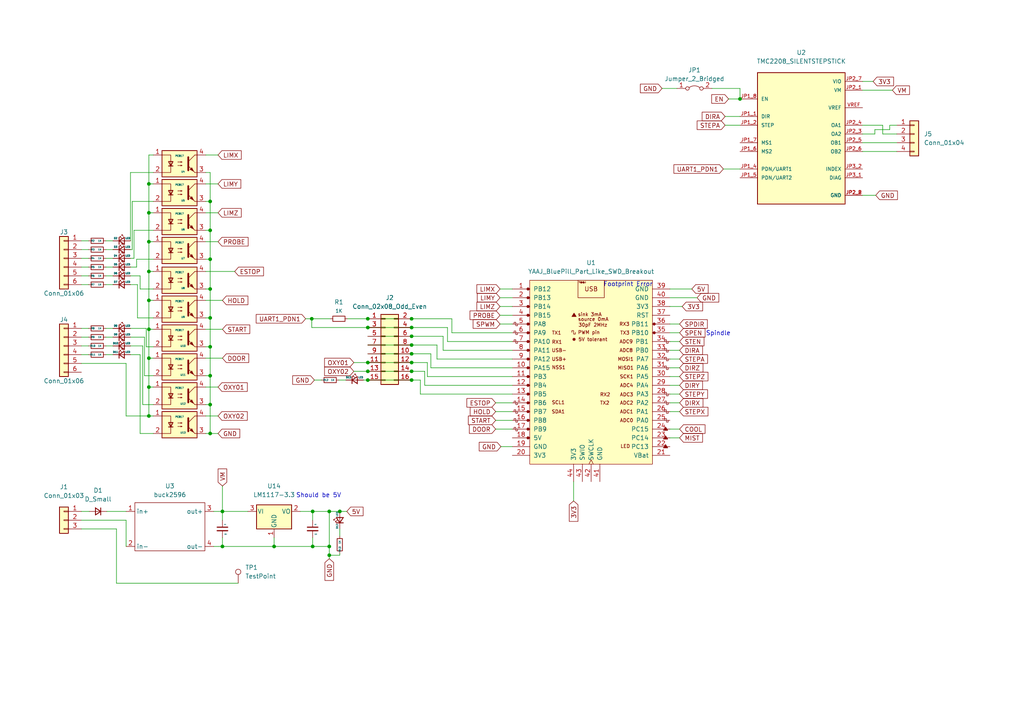
<source format=kicad_sch>
(kicad_sch (version 20211123) (generator eeschema)
  (paper "A4")
  (lib_symbols
    (symbol "Buck2596:buck2596"
      (property "Reference" "U" (at 0 0 0))
      (property "Value" "buck2596" (at 0 2.54 0))
      (symbol "buck2596_1_1"
        (pin input line (at -11.43 6.35 0) (length 2.54) (name "in+") (number "1"))
        (pin input line (at -11.43 -3.81 0) (length 2.54) (name "in-") (number "2"))
        (pin output line (at 13.97 6.35 180) (length 2.54) (name "out+") (number "3"))
        (pin output line (at 13.97 -3.81 180) (length 2.54) (name "out-") (number "4"))
      )
    )
    (symbol "Connector:TestPoint" (pin_numbers hide) (pin_names (offset 0.762) hide)
      (property "Reference" "TP" (at 0 6.858 0))
      (property "Value" "TestPoint" (at 0 5.08 0))
      (symbol "TestPoint_1_1"
        (pin passive line (at 0 0 90) (length 2.54) (name "1") (number "1"))
      )
    )
    (symbol "Connector_Generic:Conn_01x03" (pin_names (offset 1.016) hide)
      (property "Reference" "J" (at 0 5.08 0))
      (property "Value" "Conn_01x03" (at 0 -5.08 0))
      (symbol "Conn_01x03_1_1"
        (pin passive line (at -5.08 2.54 0) (length 3.81) (name "Pin_1") (number "1"))
        (pin passive line (at -5.08 0 0) (length 3.81) (name "Pin_2") (number "2"))
        (pin passive line (at -5.08 -2.54 0) (length 3.81) (name "Pin_3") (number "3"))
      )
    )
    (symbol "Connector_Generic:Conn_01x04" (pin_names (offset 1.016) hide)
      (property "Reference" "J" (at 0 5.08 0))
      (property "Value" "Conn_01x04" (at 0 -7.62 0))
      (symbol "Conn_01x04_1_1"
        (pin passive line (at -5.08 2.54 0) (length 3.81) (name "Pin_1") (number "1"))
        (pin passive line (at -5.08 0 0) (length 3.81) (name "Pin_2") (number "2"))
        (pin passive line (at -5.08 -2.54 0) (length 3.81) (name "Pin_3") (number "3"))
        (pin passive line (at -5.08 -5.08 0) (length 3.81) (name "Pin_4") (number "4"))
      )
    )
    (symbol "Connector_Generic:Conn_01x06" (pin_names (offset 1.016) hide)
      (property "Reference" "J" (at 0 7.62 0))
      (property "Value" "Conn_01x06" (at 0 -10.16 0))
      (symbol "Conn_01x06_1_1"
        (pin passive line (at -5.08 5.08 0) (length 3.81) (name "Pin_1") (number "1"))
        (pin passive line (at -5.08 2.54 0) (length 3.81) (name "Pin_2") (number "2"))
        (pin passive line (at -5.08 0 0) (length 3.81) (name "Pin_3") (number "3"))
        (pin passive line (at -5.08 -2.54 0) (length 3.81) (name "Pin_4") (number "4"))
        (pin passive line (at -5.08 -5.08 0) (length 3.81) (name "Pin_5") (number "5"))
        (pin passive line (at -5.08 -7.62 0) (length 3.81) (name "Pin_6") (number "6"))
      )
    )
    (symbol "Connector_Generic:Conn_02x08_Odd_Even" (pin_names (offset 1.016) hide)
      (property "Reference" "J" (at 1.27 10.16 0))
      (property "Value" "Conn_02x08_Odd_Even" (at 1.27 -12.7 0))
      (symbol "Conn_02x08_Odd_Even_1_1"
        (pin passive line (at -5.08 7.62 0) (length 3.81) (name "Pin_1") (number "1"))
        (pin passive line (at 7.62 -2.54 180) (length 3.81) (name "Pin_10") (number "10"))
        (pin passive line (at -5.08 -5.08 0) (length 3.81) (name "Pin_11") (number "11"))
        (pin passive line (at 7.62 -5.08 180) (length 3.81) (name "Pin_12") (number "12"))
        (pin passive line (at -5.08 -7.62 0) (length 3.81) (name "Pin_13") (number "13"))
        (pin passive line (at 7.62 -7.62 180) (length 3.81) (name "Pin_14") (number "14"))
        (pin passive line (at -5.08 -10.16 0) (length 3.81) (name "Pin_15") (number "15"))
        (pin passive line (at 7.62 -10.16 180) (length 3.81) (name "Pin_16") (number "16"))
        (pin passive line (at 7.62 7.62 180) (length 3.81) (name "Pin_2") (number "2"))
        (pin passive line (at -5.08 5.08 0) (length 3.81) (name "Pin_3") (number "3"))
        (pin passive line (at 7.62 5.08 180) (length 3.81) (name "Pin_4") (number "4"))
        (pin passive line (at -5.08 2.54 0) (length 3.81) (name "Pin_5") (number "5"))
        (pin passive line (at 7.62 2.54 180) (length 3.81) (name "Pin_6") (number "6"))
        (pin passive line (at -5.08 0 0) (length 3.81) (name "Pin_7") (number "7"))
        (pin passive line (at 7.62 0 180) (length 3.81) (name "Pin_8") (number "8"))
        (pin passive line (at -5.08 -2.54 0) (length 3.81) (name "Pin_9") (number "9"))
      )
    )
    (symbol "Device:C_Small" (pin_numbers hide) (pin_names (offset 0.254) hide)
      (property "Reference" "C" (at 0.254 1.778 0))
      (property "Value" "C_Small" (at 0.254 -2.032 0))
      (symbol "C_Small_1_1"
        (pin passive line (at 0 2.54 270) (length 2.032) (name "~") (number "1"))
        (pin passive line (at 0 -2.54 90) (length 2.032) (name "~") (number "2"))
      )
    )
    (symbol "Device:D_Small" (pin_numbers hide) (pin_names (offset 0.254) hide)
      (property "Reference" "D" (at -1.27 2.032 0))
      (property "Value" "D_Small" (at -3.81 -2.032 0))
      (symbol "D_Small_1_1"
        (pin passive line (at -2.54 0 0) (length 1.778) (name "K") (number "1"))
        (pin passive line (at 2.54 0 180) (length 1.778) (name "A") (number "2"))
      )
    )
    (symbol "Device:LED_Small" (pin_numbers hide) (pin_names (offset 0.254) hide)
      (property "Reference" "D" (at -1.27 3.175 0))
      (property "Value" "LED_Small" (at -4.445 -2.54 0))
      (symbol "LED_Small_1_1"
        (pin passive line (at -2.54 0 0) (length 1.778) (name "K") (number "1"))
        (pin passive line (at 2.54 0 180) (length 1.778) (name "A") (number "2"))
      )
    )
    (symbol "Device:R_Small" (pin_numbers hide) (pin_names (offset 0.254) hide)
      (property "Reference" "R" (at 0.762 0.508 0))
      (property "Value" "R_Small" (at 0.762 -1.016 0))
      (symbol "R_Small_1_1"
        (pin passive line (at 0 2.54 270) (length 0.762) (name "~") (number "1"))
        (pin passive line (at 0 -2.54 90) (length 0.762) (name "~") (number "2"))
      )
    )
    (symbol "Isolator:PC817" (pin_names (offset 1.016))
      (property "Reference" "U" (at -5.08 5.08 0))
      (property "Value" "PC817" (at 0 5.08 0))
      (symbol "PC817_1_1"
        (pin passive line (at -7.62 2.54 0) (length 2.54) (name "~") (number "1"))
        (pin passive line (at -7.62 -2.54 0) (length 2.54) (name "~") (number "2"))
        (pin passive line (at 7.62 -2.54 180) (length 2.54) (name "~") (number "3"))
        (pin passive line (at 7.62 2.54 180) (length 2.54) (name "~") (number "4"))
      )
    )
    (symbol "Jumper:Jumper_2_Bridged" (pin_names (offset 0) hide)
      (property "Reference" "JP" (at 0 1.905 0))
      (property "Value" "Jumper_2_Bridged" (at 0 -2.54 0))
      (symbol "Jumper_2_Bridged_1_1"
        (pin passive line (at -5.08 0 0) (length 2.54) (name "A") (number "1"))
        (pin passive line (at 5.08 0 180) (length 2.54) (name "B") (number "2"))
      )
    )
    (symbol "Regulator_Linear:LM1117-3.3" (pin_names (offset 0.254))
      (property "Reference" "U" (at -3.81 3.175 0))
      (property "Value" "LM1117-3.3" (at 0 3.175 0))
      (symbol "LM1117-3.3_1_1"
        (pin power_in line (at 0 -7.62 90) (length 2.54) (name "GND") (number "1"))
        (pin power_out line (at 7.62 0 180) (length 2.54) (name "VO") (number "2"))
        (pin power_in line (at -7.62 0 0) (length 2.54) (name "VI") (number "3"))
      )
    )
    (symbol "TMC2208_SILENTSTEPSTICK:TMC2208_SILENTSTEPSTICK" (pin_names (offset 1.016))
      (property "Reference" "U" (at -12.7 19.05 0))
      (property "Value" "TMC2208_SILENTSTEPSTICK" (at -12.7 -22.86 0))
      (symbol "TMC2208_SILENTSTEPSTICK_0_0"
        (pin input line (at -17.78 5.08 0) (length 5.08) (name "DIR") (number "JP1_1"))
        (pin input line (at -17.78 2.54 0) (length 5.08) (name "STEP") (number "JP1_2"))
        (pin bidirectional line (at -17.78 -10.16 0) (length 5.08) (name "PDN/UART1") (number "JP1_4"))
        (pin bidirectional line (at -17.78 -12.7 0) (length 5.08) (name "PDN/UART2") (number "JP1_5"))
        (pin input line (at -17.78 -5.08 0) (length 5.08) (name "MS2") (number "JP1_6"))
        (pin input line (at -17.78 -2.54 0) (length 5.08) (name "MS1") (number "JP1_7"))
        (pin input line (at -17.78 10.16 0) (length 5.08) (name "EN") (number "JP1_8"))
        (pin power_in line (at 17.78 12.7 180) (length 5.08) (name "VM") (number "JP2_1"))
        (pin power_in line (at 17.78 -17.78 180) (length 5.08) (name "GND") (number "JP2_2"))
        (pin passive line (at 17.78 0 180) (length 5.08) (name "OA2") (number "JP2_3"))
        (pin passive line (at 17.78 2.54 180) (length 5.08) (name "OA1") (number "JP2_4"))
        (pin passive line (at 17.78 -2.54 180) (length 5.08) (name "OB1") (number "JP2_5"))
        (pin passive line (at 17.78 -5.08 180) (length 5.08) (name "OB2") (number "JP2_6"))
        (pin power_in line (at 17.78 15.24 180) (length 5.08) (name "VIO") (number "JP2_7"))
        (pin power_in line (at 17.78 -17.78 180) (length 5.08) (name "GND") (number "JP2_8"))
        (pin output line (at 17.78 -12.7 180) (length 5.08) (name "DIAG") (number "JP3_1"))
        (pin output line (at 17.78 -10.16 180) (length 5.08) (name "INDEX") (number "JP3_2"))
        (pin passive line (at 17.78 7.62 180) (length 5.08) (name "VREF") (number "VREF"))
      )
    )
    (symbol "YAAJ_BluePill_Part_Like_SWD_Breakout:YAAJ_BluePill_Part_Like_SWD_Breakout" (pin_names (offset 1.016))
      (property "Reference" "U" (at -15.24 27.94 0))
      (property "Value" "YAAJ_BluePill_Part_Like_SWD_Breakout" (at 20.32 27.94 0))
      (symbol "YAAJ_BluePill_Part_Like_SWD_Breakout_0_0"
        (text "30pF 2MHz" (at 0.508 12.446 0) (effects (font (size 0.9906 0.9906))))
        (text "5V tolerant" (at 0.508 8.255 0) (effects (font (size 0.9906 0.9906))))
        (text "ADC0" (at 10.287 -15.24 0) (effects (font (size 0.9906 0.9906))))
        (text "ADC1" (at 10.287 -12.7 0) (effects (font (size 0.9906 0.9906))))
        (text "ADC2" (at 10.287 -10.16 0) (effects (font (size 0.9906 0.9906))))
        (text "ADC3" (at 10.287 -7.747 0) (effects (font (size 0.9906 0.9906))))
        (text "ADC4" (at 10.287 -5.08 0) (effects (font (size 0.9906 0.9906))))
        (text "ADC8" (at 10.16 5.08 0) (effects (font (size 0.9906 0.9906))))
        (text "ADC9" (at 10.16 7.62 0) (effects (font (size 0.9906 0.9906))))
        (text "LED" (at 9.906 -22.733 0) (effects (font (size 0.9906 0.9906))))
        (text "MISO1" (at 10.033 0 0) (effects (font (size 0.9906 0.9906))))
        (text "MOSI1" (at 10.033 2.54 0) (effects (font (size 0.9906 0.9906))))
        (text "NSS1" (at -9.398 0.127 0) (effects (font (size 0.9906 0.9906))))
        (text "PWM pin" (at -0.635 10.287 0) (effects (font (size 0.9906 0.9906))))
        (text "RX1" (at -9.906 7.493 0) (effects (font (size 0.9906 0.9906))))
        (text "RX2" (at 4.064 -7.747 0) (effects (font (size 0.9906 0.9906))))
        (text "RX3" (at 9.652 12.7 0) (effects (font (size 0.9906 0.9906))))
        (text "SCK1" (at 10.287 -2.54 0) (effects (font (size 0.9906 0.9906))))
        (text "SCL1" (at -9.525 -10.033 0) (effects (font (size 0.9906 0.9906))))
        (text "SDA1" (at -9.525 -12.7 0) (effects (font (size 0.9906 0.9906))))
        (text "sink 3mA" (at -0.381 15.494 0) (effects (font (size 0.9906 0.9906))))
        (text "source 0mA" (at 0.635 14.097 0) (effects (font (size 0.9906 0.9906))))
        (text "TX1" (at -10.033 10.16 0) (effects (font (size 0.9906 0.9906))))
        (text "TX2" (at 3.937 -10.16 0) (effects (font (size 0.9906 0.9906))))
        (text "TX3" (at 9.779 10.16 0) (effects (font (size 0.9906 0.9906))))
        (text "USB" (at 0 22.86 0) (effects (font (size 1.27 1.27))))
        (text "USB+" (at -9.271 2.54 0) (effects (font (size 0.9906 0.9906))))
        (text "USB-" (at -9.271 5.08 0) (effects (font (size 0.9906 0.9906))))
        (text "Y@@J" (at -2.5654 24.8412 0) (effects (font (size 0.508 0.508))))
      )
      (symbol "YAAJ_BluePill_Part_Like_SWD_Breakout_1_1"
        (pin bidirectional line (at -22.86 22.86 0) (length 5.08) (name "PB12") (number "1"))
        (pin bidirectional line (at -22.86 0 0) (length 5.08) (name "PA15") (number "10"))
        (pin bidirectional line (at -22.86 -2.54 0) (length 5.08) (name "PB3") (number "11"))
        (pin bidirectional line (at -22.86 -5.08 0) (length 5.08) (name "PB4") (number "12"))
        (pin bidirectional line (at -22.86 -7.62 0) (length 5.08) (name "PB5") (number "13"))
        (pin bidirectional line (at -22.86 -10.16 0) (length 5.08) (name "PB6") (number "14"))
        (pin bidirectional line (at -22.86 -12.7 0) (length 5.08) (name "PB7") (number "15"))
        (pin bidirectional line (at -22.86 -15.24 0) (length 5.08) (name "PB8") (number "16"))
        (pin bidirectional line (at -22.86 -17.78 0) (length 5.08) (name "PB9") (number "17"))
        (pin power_in line (at -22.86 -20.32 0) (length 5.08) (name "5V") (number "18"))
        (pin power_in line (at -22.86 -22.86 0) (length 5.08) (name "GND") (number "19"))
        (pin bidirectional line (at -22.86 20.32 0) (length 5.08) (name "PB13") (number "2"))
        (pin power_in line (at -22.86 -25.4 0) (length 5.08) (name "3V3") (number "20"))
        (pin power_in line (at 22.86 -25.4 180) (length 5.08) (name "VBat") (number "21"))
        (pin bidirectional line (at 22.86 -22.86 180) (length 5.08) (name "PC13") (number "22"))
        (pin bidirectional line (at 22.86 -20.32 180) (length 5.08) (name "PC14") (number "23"))
        (pin bidirectional line (at 22.86 -17.78 180) (length 5.08) (name "PC15") (number "24"))
        (pin bidirectional line (at 22.86 -15.24 180) (length 5.08) (name "PA0") (number "25"))
        (pin bidirectional line (at 22.86 -12.7 180) (length 5.08) (name "PA1") (number "26"))
        (pin bidirectional line (at 22.86 -10.16 180) (length 5.08) (name "PA2") (number "27"))
        (pin bidirectional line (at 22.86 -7.62 180) (length 5.08) (name "PA3") (number "28"))
        (pin bidirectional line (at 22.86 -5.08 180) (length 5.08) (name "PA4") (number "29"))
        (pin bidirectional line (at -22.86 17.78 0) (length 5.08) (name "PB14") (number "3"))
        (pin bidirectional line (at 22.86 -2.54 180) (length 5.08) (name "PA5") (number "30"))
        (pin bidirectional line (at 22.86 0 180) (length 5.08) (name "PA6") (number "31"))
        (pin bidirectional line (at 22.86 2.54 180) (length 5.08) (name "PA7") (number "32"))
        (pin bidirectional line (at 22.86 5.08 180) (length 5.08) (name "PB0") (number "33"))
        (pin bidirectional line (at 22.86 7.62 180) (length 5.08) (name "PB1") (number "34"))
        (pin bidirectional line (at 22.86 10.16 180) (length 5.08) (name "PB10") (number "35"))
        (pin bidirectional line (at 22.86 12.7 180) (length 5.08) (name "PB11") (number "36"))
        (pin input line (at 22.86 15.24 180) (length 5.08) (name "RST") (number "37"))
        (pin power_in line (at 22.86 17.78 180) (length 5.08) (name "3V3") (number "38"))
        (pin power_in line (at 22.86 22.86 180) (length 5.08) (name "GND") (number "39"))
        (pin bidirectional line (at -22.86 15.24 0) (length 5.08) (name "PB15") (number "4"))
        (pin power_in line (at 22.86 20.32 180) (length 5.08) (name "GND") (number "40"))
        (pin power_in line (at 2.54 -33.02 90) (length 5.08) (name "GND") (number "41"))
        (pin bidirectional clock (at 0 -33.02 90) (length 5.08) (name "SWCLK") (number "42"))
        (pin bidirectional line (at -2.54 -33.02 90) (length 5.08) (name "SWIO") (number "43"))
        (pin power_in line (at -5.08 -33.02 90) (length 5.08) (name "3V3") (number "44"))
        (pin bidirectional line (at -22.86 12.7 0) (length 5.08) (name "PA8") (number "5"))
        (pin bidirectional line (at -22.86 10.16 0) (length 5.08) (name "PA9") (number "6"))
        (pin bidirectional line (at -22.86 7.62 0) (length 5.08) (name "PA10") (number "7"))
        (pin bidirectional line (at -22.86 5.08 0) (length 5.08) (name "PA11") (number "8"))
        (pin bidirectional line (at -22.86 2.54 0) (length 5.08) (name "PA12") (number "9"))
      )
    )
  )
  (junction (at 60.96 66.802))
  (junction (at 95.504 148.336))
  (junction (at 95.504 158.496))
  (junction (at 106.68 107.696))
  (junction (at 214.63 28.702))
  (junction (at 119.38 92.456))
  (junction (at 106.68 110.236))
  (junction (at 106.68 105.156))
  (junction (at 90.678 148.336))
  (junction (at 60.96 125.73))
  (junction (at 60.96 92.202))
  (junction (at 119.38 97.536))
  (junction (at 90.424 92.456))
  (junction (at 106.68 94.996))
  (junction (at 119.38 110.236))
  (junction (at 90.678 158.496))
  (junction (at 60.96 58.42))
  (junction (at 43.18 120.65))
  (junction (at 119.38 105.156))
  (junction (at 64.516 148.336))
  (junction (at 43.18 61.722))
  (junction (at 43.18 87.122))
  (junction (at 43.18 78.74))
  (junction (at 98.552 148.336))
  (junction (at 60.96 100.584))
  (junction (at 119.38 100.076))
  (junction (at 119.38 107.696))
  (junction (at 60.96 108.966))
  (junction (at 60.96 75.184))
  (junction (at 43.18 53.34))
  (junction (at 43.18 112.268))
  (junction (at 60.96 117.348))
  (junction (at 106.68 92.456))
  (junction (at 79.502 158.496))
  (junction (at 119.38 94.996))
  (junction (at 64.516 158.496))
  (junction (at 43.18 70.104))
  (junction (at 95.504 161.036))
  (junction (at 60.96 83.82))
  (junction (at 43.18 103.886))
  (junction (at 119.38 102.616))
  (junction (at 43.18 95.504))
  (wire (pts (xy 40.64 83.82) (xy 44.45 83.82)))
  (wire (pts (xy 194.31 114.3) (xy 197.104 114.3)))
  (wire (pts (xy 100.838 92.456) (xy 106.68 92.456)))
  (wire (pts (xy 30.734 102.87) (xy 32.766 102.87)))
  (wire (pts (xy 145.034 88.9) (xy 148.59 88.9)))
  (wire (pts (xy 30.734 82.55) (xy 32.766 82.55)))
  (wire (pts (xy 23.622 74.93) (xy 25.654 74.93)))
  (wire (pts (xy 23.622 148.336) (xy 25.908 148.336)))
  (wire (pts (xy 87.122 148.336) (xy 90.678 148.336)))
  (wire (pts (xy 194.31 111.76) (xy 197.104 111.76)))
  (wire (pts (xy 90.678 155.956) (xy 90.678 158.496)))
  (wire (pts (xy 250.19 41.402) (xy 260.096 41.402)))
  (wire (pts (xy 106.68 102.616) (xy 119.38 102.616)))
  (wire (pts (xy 98.552 161.036) (xy 95.504 161.036)))
  (wire (pts (xy 194.31 96.52) (xy 197.104 96.52)))
  (wire (pts (xy 63.246 53.34) (xy 59.69 53.34)))
  (wire (pts (xy 37.846 102.87) (xy 40.64 102.87)))
  (wire (pts (xy 30.734 74.93) (xy 32.766 74.93)))
  (wire (pts (xy 95.504 148.336) (xy 98.552 148.336)))
  (wire (pts (xy 37.846 82.55) (xy 39.878 82.55)))
  (wire (pts (xy 192.024 25.654) (xy 196.342 25.654)))
  (wire (pts (xy 44.45 103.886) (xy 43.18 103.886)))
  (wire (pts (xy 90.424 94.996) (xy 106.68 94.996)))
  (wire (pts (xy 131.064 96.52) (xy 131.064 92.456)))
  (wire (pts (xy 256.032 38.862) (xy 260.096 38.862)))
  (wire (pts (xy 37.846 74.93) (xy 38.862 74.93)))
  (wire (pts (xy 23.622 95.25) (xy 25.654 95.25)))
  (wire (pts (xy 194.31 83.82) (xy 200.66 83.82)))
  (wire (pts (xy 98.552 155.448) (xy 98.552 153.416)))
  (wire (pts (xy 60.96 117.348) (xy 60.96 108.966)))
  (wire (pts (xy 39.624 75.184) (xy 44.45 75.184)))
  (wire (pts (xy 23.622 153.416) (xy 33.782 153.416)))
  (wire (pts (xy 258.064 36.322) (xy 260.096 36.322)))
  (wire (pts (xy 210.312 36.322) (xy 214.63 36.322)))
  (wire (pts (xy 40.64 125.73) (xy 44.45 125.73)))
  (wire (pts (xy 128.524 97.536) (xy 119.38 97.536)))
  (wire (pts (xy 23.622 150.876) (xy 36.576 150.876)))
  (wire (pts (xy 23.622 72.39) (xy 25.654 72.39)))
  (wire (pts (xy 105.41 110.236) (xy 106.68 110.236)))
  (wire (pts (xy 44.45 87.122) (xy 43.18 87.122)))
  (wire (pts (xy 202.184 86.36) (xy 194.31 86.36)))
  (wire (pts (xy 143.764 124.46) (xy 148.59 124.46)))
  (wire (pts (xy 209.804 49.022) (xy 214.63 49.022)))
  (wire (pts (xy 44.45 61.722) (xy 43.18 61.722)))
  (wire (pts (xy 145.034 86.36) (xy 148.59 86.36)))
  (wire (pts (xy 194.31 101.6) (xy 197.104 101.6)))
  (wire (pts (xy 106.68 92.456) (xy 119.38 92.456)))
  (wire (pts (xy 60.96 66.802) (xy 60.96 58.42)))
  (wire (pts (xy 63.246 70.104) (xy 59.69 70.104)))
  (wire (pts (xy 64.516 148.336) (xy 64.516 150.876)))
  (wire (pts (xy 37.846 77.47) (xy 39.624 77.47)))
  (wire (pts (xy 30.734 95.25) (xy 32.766 95.25)))
  (wire (pts (xy 91.186 110.236) (xy 93.218 110.236)))
  (wire (pts (xy 44.45 53.34) (xy 43.18 53.34)))
  (wire (pts (xy 59.69 117.348) (xy 60.96 117.348)))
  (wire (pts (xy 37.846 80.01) (xy 40.64 80.01)))
  (wire (pts (xy 95.504 158.496) (xy 90.678 158.496)))
  (wire (pts (xy 36.576 150.876) (xy 36.576 158.496)))
  (wire (pts (xy 256.032 36.322) (xy 256.032 38.862)))
  (wire (pts (xy 106.68 100.076) (xy 119.38 100.076)))
  (wire (pts (xy 41.402 100.33) (xy 41.402 117.348)))
  (wire (pts (xy 43.18 53.34) (xy 43.18 61.722)))
  (wire (pts (xy 60.96 108.966) (xy 60.96 100.584)))
  (wire (pts (xy 95.504 158.496) (xy 95.504 161.036)))
  (wire (pts (xy 59.69 92.202) (xy 60.96 92.202)))
  (wire (pts (xy 128.524 101.6) (xy 128.524 97.536)))
  (wire (pts (xy 38.862 74.93) (xy 38.862 66.802)))
  (wire (pts (xy 43.18 78.74) (xy 43.18 87.122)))
  (wire (pts (xy 148.59 101.6) (xy 128.524 101.6)))
  (wire (pts (xy 37.846 69.85) (xy 37.846 50.038)))
  (wire (pts (xy 43.18 103.886) (xy 43.18 95.504)))
  (wire (pts (xy 90.678 148.336) (xy 95.504 148.336)))
  (wire (pts (xy 106.68 110.236) (xy 119.38 110.236)))
  (wire (pts (xy 148.59 104.14) (xy 126.746 104.14)))
  (wire (pts (xy 166.37 139.7) (xy 166.37 145.288)))
  (wire (pts (xy 194.31 88.9) (xy 197.866 88.9)))
  (wire (pts (xy 194.31 119.38) (xy 197.104 119.38)))
  (wire (pts (xy 60.96 83.82) (xy 60.96 75.184)))
  (wire (pts (xy 90.424 92.456) (xy 90.424 94.996)))
  (wire (pts (xy 98.552 160.528) (xy 98.552 161.036)))
  (wire (pts (xy 42.418 95.25) (xy 42.418 100.584)))
  (wire (pts (xy 42.418 100.584) (xy 44.45 100.584)))
  (wire (pts (xy 41.402 117.348) (xy 44.45 117.348)))
  (wire (pts (xy 43.18 87.122) (xy 43.18 95.504)))
  (wire (pts (xy 61.976 158.496) (xy 64.516 158.496)))
  (wire (pts (xy 124.968 106.68) (xy 124.968 102.616)))
  (wire (pts (xy 206.502 25.654) (xy 214.63 25.654)))
  (wire (pts (xy 194.31 127) (xy 197.104 127)))
  (wire (pts (xy 214.63 25.654) (xy 214.63 28.702)))
  (wire (pts (xy 30.734 80.01) (xy 32.766 80.01)))
  (wire (pts (xy 59.69 83.82) (xy 60.96 83.82)))
  (wire (pts (xy 258.064 37.592) (xy 258.064 36.322)))
  (wire (pts (xy 98.298 110.236) (xy 100.33 110.236)))
  (wire (pts (xy 194.31 116.84) (xy 197.104 116.84)))
  (wire (pts (xy 59.69 108.966) (xy 60.96 108.966)))
  (wire (pts (xy 119.38 105.156) (xy 123.952 105.156)))
  (wire (pts (xy 102.616 105.156) (xy 106.68 105.156)))
  (wire (pts (xy 43.18 120.65) (xy 43.18 112.268)))
  (wire (pts (xy 123.952 109.22) (xy 123.952 105.156)))
  (wire (pts (xy 211.328 28.702) (xy 214.63 28.702)))
  (wire (pts (xy 250.19 43.942) (xy 260.096 43.942)))
  (wire (pts (xy 44.45 78.74) (xy 43.18 78.74)))
  (wire (pts (xy 129.794 94.996) (xy 119.38 94.996)))
  (wire (pts (xy 44.45 70.104) (xy 43.18 70.104)))
  (wire (pts (xy 23.622 82.55) (xy 25.654 82.55)))
  (wire (pts (xy 37.846 50.038) (xy 44.45 50.038)))
  (wire (pts (xy 36.576 120.65) (xy 43.18 120.65)))
  (wire (pts (xy 88.646 92.456) (xy 90.424 92.456)))
  (wire (pts (xy 40.64 102.87) (xy 40.64 125.73)))
  (wire (pts (xy 23.622 105.41) (xy 36.576 105.41)))
  (wire (pts (xy 121.92 114.3) (xy 121.92 110.236)))
  (wire (pts (xy 30.734 69.85) (xy 32.766 69.85)))
  (wire (pts (xy 63.246 61.722) (xy 59.69 61.722)))
  (wire (pts (xy 106.68 105.156) (xy 119.38 105.156)))
  (wire (pts (xy 39.878 92.202) (xy 44.45 92.202)))
  (wire (pts (xy 131.064 92.456) (xy 119.38 92.456)))
  (wire (pts (xy 148.59 111.76) (xy 123.19 111.76)))
  (wire (pts (xy 79.502 158.496) (xy 79.502 155.956)))
  (wire (pts (xy 253.746 38.862) (xy 253.746 37.592)))
  (wire (pts (xy 59.69 50.038) (xy 60.96 50.038)))
  (wire (pts (xy 148.59 106.68) (xy 124.968 106.68)))
  (wire (pts (xy 123.19 107.696) (xy 119.38 107.696)))
  (wire (pts (xy 143.764 119.38) (xy 148.59 119.38)))
  (wire (pts (xy 106.68 94.996) (xy 119.38 94.996)))
  (wire (pts (xy 23.622 100.33) (xy 25.654 100.33)))
  (wire (pts (xy 30.734 72.39) (xy 32.766 72.39)))
  (wire (pts (xy 60.96 125.73) (xy 63.246 125.73)))
  (wire (pts (xy 90.678 148.336) (xy 90.678 150.876)))
  (wire (pts (xy 23.622 80.01) (xy 25.654 80.01)))
  (wire (pts (xy 250.19 38.862) (xy 253.746 38.862)))
  (wire (pts (xy 64.516 95.504) (xy 59.69 95.504)))
  (wire (pts (xy 106.68 107.696) (xy 119.38 107.696)))
  (wire (pts (xy 148.59 96.52) (xy 131.064 96.52)))
  (wire (pts (xy 41.91 97.79) (xy 41.91 108.966)))
  (wire (pts (xy 210.312 33.782) (xy 214.63 33.782)))
  (wire (pts (xy 95.504 161.036) (xy 95.504 162.052)))
  (wire (pts (xy 64.516 103.886) (xy 59.69 103.886)))
  (wire (pts (xy 23.622 77.47) (xy 25.654 77.47)))
  (wire (pts (xy 23.622 97.79) (xy 25.654 97.79)))
  (wire (pts (xy 59.69 100.584) (xy 60.96 100.584)))
  (wire (pts (xy 143.764 121.92) (xy 148.59 121.92)))
  (wire (pts (xy 60.96 75.184) (xy 60.96 66.802)))
  (wire (pts (xy 36.576 105.41) (xy 36.576 120.65)))
  (wire (pts (xy 194.31 124.46) (xy 197.104 124.46)))
  (wire (pts (xy 23.622 102.87) (xy 25.654 102.87)))
  (wire (pts (xy 33.782 153.416) (xy 33.782 169.164)))
  (wire (pts (xy 30.988 148.336) (xy 36.576 148.336)))
  (wire (pts (xy 148.59 109.22) (xy 123.952 109.22)))
  (wire (pts (xy 194.31 93.98) (xy 197.104 93.98)))
  (wire (pts (xy 37.846 72.39) (xy 38.354 72.39)))
  (wire (pts (xy 250.19 36.322) (xy 256.032 36.322)))
  (wire (pts (xy 194.31 99.06) (xy 197.104 99.06)))
  (wire (pts (xy 102.616 107.696) (xy 106.68 107.696)))
  (wire (pts (xy 123.19 111.76) (xy 123.19 107.696)))
  (wire (pts (xy 95.504 148.336) (xy 95.504 158.496)))
  (wire (pts (xy 194.31 109.22) (xy 197.104 109.22)))
  (wire (pts (xy 59.69 75.184) (xy 60.96 75.184)))
  (wire (pts (xy 37.846 100.33) (xy 41.402 100.33)))
  (wire (pts (xy 143.764 116.84) (xy 148.59 116.84)))
  (wire (pts (xy 38.354 58.42) (xy 44.45 58.42)))
  (wire (pts (xy 40.64 80.01) (xy 40.64 83.82)))
  (wire (pts (xy 145.034 83.82) (xy 148.59 83.82)))
  (wire (pts (xy 64.516 148.336) (xy 71.882 148.336)))
  (wire (pts (xy 145.288 129.54) (xy 148.59 129.54)))
  (wire (pts (xy 38.354 72.39) (xy 38.354 58.42)))
  (wire (pts (xy 60.96 58.42) (xy 59.69 58.42)))
  (wire (pts (xy 129.794 99.06) (xy 129.794 94.996)))
  (wire (pts (xy 37.846 95.25) (xy 42.418 95.25)))
  (wire (pts (xy 64.516 155.956) (xy 64.516 158.496)))
  (wire (pts (xy 148.59 99.06) (xy 129.794 99.06)))
  (wire (pts (xy 250.19 26.162) (xy 258.826 26.162)))
  (wire (pts (xy 43.18 95.504) (xy 44.45 95.504)))
  (wire (pts (xy 44.45 120.65) (xy 43.18 120.65)))
  (wire (pts (xy 41.91 108.966) (xy 44.45 108.966)))
  (wire (pts (xy 59.69 125.73) (xy 60.96 125.73)))
  (wire (pts (xy 44.45 112.268) (xy 43.18 112.268)))
  (wire (pts (xy 145.034 93.98) (xy 148.59 93.98)))
  (wire (pts (xy 59.69 112.268) (xy 63.246 112.268)))
  (wire (pts (xy 121.92 110.236) (xy 119.38 110.236)))
  (wire (pts (xy 30.734 97.79) (xy 32.766 97.79)))
  (wire (pts (xy 124.968 102.616) (xy 119.38 102.616)))
  (wire (pts (xy 61.976 148.336) (xy 64.516 148.336)))
  (wire (pts (xy 23.622 69.85) (xy 25.654 69.85)))
  (wire (pts (xy 194.31 104.14) (xy 197.104 104.14)))
  (wire (pts (xy 126.746 104.14) (xy 126.746 100.076)))
  (wire (pts (xy 59.69 120.65) (xy 63.246 120.65)))
  (wire (pts (xy 30.734 77.47) (xy 32.766 77.47)))
  (wire (pts (xy 43.18 44.958) (xy 43.18 53.34)))
  (wire (pts (xy 37.846 97.79) (xy 41.91 97.79)))
  (wire (pts (xy 38.862 66.802) (xy 44.45 66.802)))
  (wire (pts (xy 148.59 114.3) (xy 121.92 114.3)))
  (wire (pts (xy 90.678 158.496) (xy 79.502 158.496)))
  (wire (pts (xy 63.246 44.958) (xy 59.69 44.958)))
  (wire (pts (xy 126.746 100.076) (xy 119.38 100.076)))
  (wire (pts (xy 194.31 106.68) (xy 197.104 106.68)))
  (wire (pts (xy 59.69 78.74) (xy 68.072 78.74)))
  (wire (pts (xy 64.516 140.97) (xy 64.516 148.336)))
  (wire (pts (xy 250.19 56.642) (xy 254 56.642)))
  (wire (pts (xy 250.19 23.622) (xy 253.238 23.622)))
  (wire (pts (xy 60.96 100.584) (xy 60.96 92.202)))
  (wire (pts (xy 64.516 87.122) (xy 59.69 87.122)))
  (wire (pts (xy 64.516 158.496) (xy 79.502 158.496)))
  (wire (pts (xy 253.746 37.592) (xy 258.064 37.592)))
  (wire (pts (xy 39.624 77.47) (xy 39.624 75.184)))
  (wire (pts (xy 98.552 148.336) (xy 100.584 148.336)))
  (wire (pts (xy 30.734 100.33) (xy 32.766 100.33)))
  (wire (pts (xy 106.68 97.536) (xy 119.38 97.536)))
  (wire (pts (xy 43.18 112.268) (xy 43.18 103.886)))
  (wire (pts (xy 60.96 125.73) (xy 60.96 117.348)))
  (wire (pts (xy 33.782 169.164) (xy 69.088 169.164)))
  (wire (pts (xy 43.18 61.722) (xy 43.18 70.104)))
  (wire (pts (xy 145.034 91.44) (xy 148.59 91.44)))
  (wire (pts (xy 39.878 82.55) (xy 39.878 92.202)))
  (wire (pts (xy 59.69 66.802) (xy 60.96 66.802)))
  (wire (pts (xy 60.96 50.038) (xy 60.96 58.42)))
  (wire (pts (xy 95.758 92.456) (xy 90.424 92.456)))
  (wire (pts (xy 44.45 44.958) (xy 43.18 44.958)))
  (wire (pts (xy 60.96 92.202) (xy 60.96 83.82)))
  (wire (pts (xy 43.18 70.104) (xy 43.18 78.74)))
  (text "Spindle" (at 204.724 97.536 0) (effects (font (size 1.27 1.27)) (justify left bottom)))
  (text "Footprint Error" (at 175.006 83.312 0) (effects (font (size 1.27 1.27)) (justify left bottom)))
  (text "Should be 5V" (at 85.852 144.526 0) (effects (font (size 1.27 1.27)) (justify left bottom)))
  (global_label "HOLD" (shape input) (at 143.764 119.38 180) (property "Intersheet References" "${INTERSHEET_REFS}" (effects hide)))
  (global_label "STEN" (shape input) (at 197.104 99.06 0) (property "Intersheet References" "${INTERSHEET_REFS}" (effects hide)))
  (global_label "LIMX" (shape input) (at 63.246 44.958 0) (property "Intersheet References" "${INTERSHEET_REFS}" (effects hide)))
  (global_label "LIMZ" (shape input) (at 63.246 61.722 0) (property "Intersheet References" "${INTERSHEET_REFS}" (effects hide)))
  (global_label "DOOR" (shape input) (at 64.516 103.886 0) (property "Intersheet References" "${INTERSHEET_REFS}" (effects hide)))
  (global_label "OXY02" (shape input) (at 63.246 120.65 0) (property "Intersheet References" "${INTERSHEET_REFS}" (effects hide)))
  (global_label "VM" (shape input) (at 64.516 140.97 90) (property "Intersheet References" "${INTERSHEET_REFS}" (effects hide)))
  (global_label "3V3" (shape input) (at 253.238 23.622 0) (property "Intersheet References" "${INTERSHEET_REFS}" (effects hide)))
  (global_label "STEPA" (shape input) (at 197.104 104.14 0) (property "Intersheet References" "${INTERSHEET_REFS}" (effects hide)))
  (global_label "DIRA" (shape input) (at 197.104 101.6 0) (property "Intersheet References" "${INTERSHEET_REFS}" (effects hide)))
  (global_label "GND" (shape input) (at 145.288 129.54 180) (property "Intersheet References" "${INTERSHEET_REFS}" (effects hide)))
  (global_label "LIMY" (shape input) (at 145.034 86.36 180) (property "Intersheet References" "${INTERSHEET_REFS}" (effects hide)))
  (global_label "LIMY" (shape input) (at 63.246 53.34 0) (property "Intersheet References" "${INTERSHEET_REFS}" (effects hide)))
  (global_label "3V3" (shape input) (at 166.37 145.288 270) (property "Intersheet References" "${INTERSHEET_REFS}" (effects hide)))
  (global_label "SPWM" (shape input) (at 145.034 93.98 180) (property "Intersheet References" "${INTERSHEET_REFS}" (effects hide)))
  (global_label "VM" (shape input) (at 258.826 26.162 0) (property "Intersheet References" "${INTERSHEET_REFS}" (effects hide)))
  (global_label "PROBE" (shape input) (at 145.034 91.44 180) (property "Intersheet References" "${INTERSHEET_REFS}" (effects hide)))
  (global_label "DIRX" (shape input) (at 197.104 116.84 0) (property "Intersheet References" "${INTERSHEET_REFS}" (effects hide)))
  (global_label "HOLD" (shape input) (at 64.516 87.122 0) (property "Intersheet References" "${INTERSHEET_REFS}" (effects hide)))
  (global_label "OXY02" (shape input) (at 102.616 107.696 180) (property "Intersheet References" "${INTERSHEET_REFS}" (effects hide)))
  (global_label "UART1_PDN1" (shape input) (at 88.646 92.456 180) (property "Intersheet References" "${INTERSHEET_REFS}" (effects hide)))
  (global_label "SPEN" (shape input) (at 197.104 96.52 0) (property "Intersheet References" "${INTERSHEET_REFS}" (effects hide)))
  (global_label "MIST" (shape input) (at 197.104 127 0) (property "Intersheet References" "${INTERSHEET_REFS}" (effects hide)))
  (global_label "OXY01" (shape input) (at 102.616 105.156 180) (property "Intersheet References" "${INTERSHEET_REFS}" (effects hide)))
  (global_label "GND" (shape input) (at 192.024 25.654 180) (property "Intersheet References" "${INTERSHEET_REFS}" (effects hide)))
  (global_label "STEPZ" (shape input) (at 197.104 109.22 0) (property "Intersheet References" "${INTERSHEET_REFS}" (effects hide)))
  (global_label "PROBE" (shape input) (at 63.246 70.104 0) (property "Intersheet References" "${INTERSHEET_REFS}" (effects hide)))
  (global_label "GND" (shape input) (at 202.184 86.36 0) (property "Intersheet References" "${INTERSHEET_REFS}" (effects hide)))
  (global_label "LIMX" (shape input) (at 145.034 83.82 180) (property "Intersheet References" "${INTERSHEET_REFS}" (effects hide)))
  (global_label "EN" (shape input) (at 211.328 28.702 180) (property "Intersheet References" "${INTERSHEET_REFS}" (effects hide)))
  (global_label "SPDIR" (shape input) (at 197.104 93.98 0) (property "Intersheet References" "${INTERSHEET_REFS}" (effects hide)))
  (global_label "START" (shape input) (at 143.764 121.92 180) (property "Intersheet References" "${INTERSHEET_REFS}" (effects hide)))
  (global_label "GND" (shape input) (at 91.186 110.236 180) (property "Intersheet References" "${INTERSHEET_REFS}" (effects hide)))
  (global_label "ESTOP" (shape input) (at 143.764 116.84 180) (property "Intersheet References" "${INTERSHEET_REFS}" (effects hide)))
  (global_label "DIRA" (shape input) (at 210.312 33.782 180) (property "Intersheet References" "${INTERSHEET_REFS}" (effects hide)))
  (global_label "5V" (shape input) (at 200.66 83.82 0) (property "Intersheet References" "${INTERSHEET_REFS}" (effects hide)))
  (global_label "GND" (shape input) (at 254 56.642 0) (property "Intersheet References" "${INTERSHEET_REFS}" (effects hide)))
  (global_label "START" (shape input) (at 64.516 95.504 0) (property "Intersheet References" "${INTERSHEET_REFS}" (effects hide)))
  (global_label "STEPA" (shape input) (at 210.312 36.322 180) (property "Intersheet References" "${INTERSHEET_REFS}" (effects hide)))
  (global_label "STEPY" (shape input) (at 197.104 114.3 0) (property "Intersheet References" "${INTERSHEET_REFS}" (effects hide)))
  (global_label "DIRY" (shape input) (at 197.104 111.76 0) (property "Intersheet References" "${INTERSHEET_REFS}" (effects hide)))
  (global_label "OXY01" (shape input) (at 63.246 112.268 0) (property "Intersheet References" "${INTERSHEET_REFS}" (effects hide)))
  (global_label "UART1_PDN1" (shape input) (at 209.804 49.022 180) (property "Intersheet References" "${INTERSHEET_REFS}" (effects hide)))
  (global_label "STEPX" (shape input) (at 197.104 119.38 0) (property "Intersheet References" "${INTERSHEET_REFS}" (effects hide)))
  (global_label "5V" (shape input) (at 100.584 148.336 0) (property "Intersheet References" "${INTERSHEET_REFS}" (effects hide)))
  (global_label "DOOR" (shape input) (at 143.764 124.46 180) (property "Intersheet References" "${INTERSHEET_REFS}" (effects hide)))
  (global_label "DIRZ" (shape input) (at 197.104 106.68 0) (property "Intersheet References" "${INTERSHEET_REFS}" (effects hide)))
  (global_label "3V3" (shape input) (at 197.866 88.9 0) (property "Intersheet References" "${INTERSHEET_REFS}" (effects hide)))
  (global_label "ESTOP" (shape input) (at 68.072 78.74 0) (property "Intersheet References" "${INTERSHEET_REFS}" (effects hide)))
  (global_label "GND" (shape input) (at 63.246 125.73 0) (property "Intersheet References" "${INTERSHEET_REFS}" (effects hide)))
  (global_label "LIMZ" (shape input) (at 145.034 88.9 180) (property "Intersheet References" "${INTERSHEET_REFS}" (effects hide)))
  (global_label "COOL" (shape input) (at 197.104 124.46 0) (property "Intersheet References" "${INTERSHEET_REFS}" (effects hide)))
  (global_label "GND" (shape input) (at 95.504 162.052 270) (property "Intersheet References" "${INTERSHEET_REFS}" (effects hide)))
  (symbol (lib_id "Device:R_Small") (at 28.194 102.87 90) (unit 1)
    (property "Reference" "R11" (at 26.924 102.87 90) (effects (font (size 0.5 0.5))))
    (property "Value" "1K" (at 28.956 102.87 90) (effects (font (size 0.5 0.5))))
    (property "Footprint" "Resistor_SMD:R_1206_3216Metric_Pad1.30x1.75mm_HandSolder" (effects hide))
  )
  (symbol (lib_id "Device:LED_Small") (at 35.306 100.33 0) (unit 1)
    (property "Reference" "D10" (at 33.528 99.568 0) (effects (font (size 0.5 0.5))))
    (property "Value" "LED" (at 37.084 99.568 0) (effects (font (size 0.5 0.5))))
    (property "Footprint" "LED_SMD:LED_1206_3216Metric_Pad1.42x1.75mm_HandSolder" (effects hide))
  )
  (symbol (lib_id "Connector_Generic:Conn_01x06") (at 18.542 100.33 0) (mirror y) (unit 1)
    (property "Reference" "J4" (at 18.542 92.71 0))
    (property "Value" "Conn_01x06" (at 18.542 110.49 0))
    (property "Footprint" "Connector_Phoenix_MC_HighVoltage:PhoenixContact_MC_1,5_6-G-5.08_1x06_P5.08mm_Horizontal" (effects hide))
  )
  (symbol (lib_id "Device:R_Small") (at 28.194 77.47 90) (unit 1)
    (property "Reference" "R5" (at 26.924 77.47 90) (effects (font (size 0.5 0.5))))
    (property "Value" "1K" (at 28.956 77.47 90) (effects (font (size 0.5 0.5))))
    (property "Footprint" "Resistor_SMD:R_1206_3216Metric_Pad1.30x1.75mm_HandSolder" (effects hide))
  )
  (symbol (lib_id "Device:R_Small") (at 95.758 110.236 90) (unit 1)
    (property "Reference" "R12" (at 94.488 110.236 90) (effects (font (size 0.5 0.5))))
    (property "Value" "1K" (at 96.52 110.236 90) (effects (font (size 0.5 0.5))))
    (property "Footprint" "Resistor_SMD:R_1206_3216Metric_Pad1.30x1.75mm_HandSolder" (effects hide))
  )
  (symbol (lib_id "Device:LED_Small") (at 98.552 150.876 90) (unit 1)
    (property "Reference" "D12" (at 97.79 152.654 0) (effects (font (size 0.5 0.5))))
    (property "Value" "LED" (at 97.79 149.098 0) (effects (font (size 0.5 0.5))))
    (property "Footprint" "LED_SMD:LED_1206_3216Metric_Pad1.42x1.75mm_HandSolder" (effects hide))
  )
  (symbol (lib_id "Device:R_Small") (at 28.194 95.25 90) (unit 1)
    (property "Reference" "R8" (at 26.924 95.25 90) (effects (font (size 0.5 0.5))))
    (property "Value" "1K" (at 28.956 95.25 90) (effects (font (size 0.5 0.5))))
    (property "Footprint" "Resistor_SMD:R_1206_3216Metric_Pad1.30x1.75mm_HandSolder" (effects hide))
  )
  (symbol (lib_id "Device:C_Small") (at 64.516 153.416 0) (unit 1)
    (property "Reference" "C1" (at 65.024 152.146 0) (effects (font (size 0.27 0.27)) (justify left)))
    (property "Value" "104" (at 65.024 154.94 0) (effects (font (size 0.27 0.27)) (justify left)))
    (property "Footprint" "Capacitor_SMD:C_1206_3216Metric_Pad1.33x1.80mm_HandSolder" (effects hide))
  )
  (symbol (lib_id "Connector_Generic:Conn_02x08_Odd_Even") (at 111.76 100.076 0) (unit 1)
    (property "Reference" "J2" (at 113.03 86.36 0))
    (property "Value" "Conn_02x08_Odd_Even" (at 113.03 88.9 0))
    (property "Footprint" "Connector_PinHeader_2.54mm:PinHeader_2x08_P2.54mm_Vertical" (effects hide))
  )
  (symbol (lib_id "Device:R_Small") (at 28.194 80.01 90) (unit 1)
    (property "Reference" "R6" (at 26.924 80.01 90) (effects (font (size 0.5 0.5))))
    (property "Value" "1K" (at 28.956 80.01 90) (effects (font (size 0.5 0.5))))
    (property "Footprint" "Resistor_SMD:R_1206_3216Metric_Pad1.30x1.75mm_HandSolder" (effects hide))
  )
  (symbol (lib_id "Device:R_Small") (at 28.194 100.33 90) (unit 1)
    (property "Reference" "R10" (at 26.924 100.33 90) (effects (font (size 0.5 0.5))))
    (property "Value" "1K" (at 28.956 100.33 90) (effects (font (size 0.5 0.5))))
    (property "Footprint" "Resistor_SMD:R_1206_3216Metric_Pad1.30x1.75mm_HandSolder" (effects hide))
  )
  (symbol (lib_id "Regulator_Linear:LM1117-3.3") (at 79.502 148.336 0) (unit 1)
    (property "Reference" "U14" (at 79.502 140.97 0))
    (property "Value" "LM1117-3.3" (at 79.502 143.51 0))
    (property "Footprint" "Package_TO_SOT_SMD:SOT-223-3_TabPin2" (effects hide))
    (property "Datasheet" "http://www.ti.com/lit/ds/symlink/lm1117.pdf" (effects hide))
  )
  (symbol (lib_id "Isolator:PC817") (at 52.07 123.19 0) (unit 1)
    (property "Reference" "U13" (at 53.086 125.476 0) (effects (font (size 0.5 0.5))))
    (property "Value" "PC817" (at 52.07 120.904 0) (effects (font (size 0.5 0.5))))
    (property "Footprint" "Package_DIP:DIP-4_W7.62mm" (effects hide))
    (property "Datasheet" "http://www.soselectronic.cz/a_info/resource/d/pc817.pdf" (effects hide))
  )
  (symbol (lib_id "Isolator:PC817") (at 52.07 106.426 0) (unit 1)
    (property "Reference" "U11" (at 53.086 108.712 0) (effects (font (size 0.5 0.5))))
    (property "Value" "PC817" (at 52.07 104.14 0) (effects (font (size 0.5 0.5))))
    (property "Footprint" "Package_DIP:DIP-4_W7.62mm" (effects hide))
    (property "Datasheet" "http://www.soselectronic.cz/a_info/resource/d/pc817.pdf" (effects hide))
  )
  (symbol (lib_id "Device:C_Small") (at 90.678 153.416 0) (unit 1)
    (property "Reference" "C2" (at 91.186 152.146 0) (effects (font (size 0.27 0.27)) (justify left)))
    (property "Value" "104" (at 91.186 154.94 0) (effects (font (size 0.27 0.27)) (justify left)))
    (property "Footprint" "Capacitor_SMD:C_1206_3216Metric_Pad1.33x1.80mm_HandSolder" (effects hide))
  )
  (symbol (lib_id "Device:R_Small") (at 28.194 82.55 90) (unit 1)
    (property "Reference" "R7" (at 26.924 82.55 90) (effects (font (size 0.5 0.5))))
    (property "Value" "1K" (at 28.956 82.55 90) (effects (font (size 0.5 0.5))))
    (property "Footprint" "Resistor_SMD:R_1206_3216Metric_Pad1.30x1.75mm_HandSolder" (effects hide))
  )
  (symbol (lib_id "Device:LED_Small") (at 35.306 95.25 0) (unit 1)
    (property "Reference" "D8" (at 33.528 94.488 0) (effects (font (size 0.5 0.5))))
    (property "Value" "LED" (at 37.084 94.488 0) (effects (font (size 0.5 0.5))))
    (property "Footprint" "LED_SMD:LED_1206_3216Metric_Pad1.42x1.75mm_HandSolder" (effects hide))
  )
  (symbol (lib_id "Connector:TestPoint") (at 69.088 169.164 0) (unit 1)
    (property "Reference" "TP1" (at 71.12 164.5919 0) (effects (justify left)))
    (property "Value" "TestPoint" (at 71.12 167.1319 0) (effects (justify left)))
    (property "Footprint" "Connector_PinSocket_2.54mm:PinSocket_1x01_P2.54mm_Vertical" (effects hide))
  )
  (symbol (lib_id "Connector_Generic:Conn_01x03") (at 18.542 150.876 0) (mirror y) (unit 1)
    (property "Reference" "J1" (at 18.542 141.224 0))
    (property "Value" "Conn_01x03" (at 18.542 143.764 0))
    (property "Footprint" "Connector_Phoenix_MSTB:PhoenixContact_MSTBA_2,5_3-G_1x03_P5.00mm_Horizontal" (effects hide))
  )
  (symbol (lib_id "Device:R_Small") (at 98.298 92.456 90) (unit 1)
    (property "Reference" "R1" (at 98.298 87.63 90))
    (property "Value" "1K" (at 98.298 90.17 90) (effects (font (size 1 1))))
    (property "Footprint" "Resistor_SMD:R_1206_3216Metric_Pad1.30x1.75mm_HandSolder" (effects hide))
  )
  (symbol (lib_id "Device:R_Small") (at 28.194 72.39 90) (unit 1)
    (property "Reference" "R3" (at 26.924 72.39 90) (effects (font (size 0.5 0.5))))
    (property "Value" "1K" (at 28.956 72.39 90) (effects (font (size 0.5 0.5))))
    (property "Footprint" "Resistor_SMD:R_1206_3216Metric_Pad1.30x1.75mm_HandSolder" (effects hide))
  )
  (symbol (lib_id "Jumper:Jumper_2_Bridged") (at 201.422 25.654 0) (unit 1)
    (property "Reference" "JP1" (at 201.422 20.32 0))
    (property "Value" "Jumper_2_Bridged" (at 201.422 22.86 0))
    (property "Footprint" "TestPoint:TestPoint_2Pads_Pitch2.54mm_Drill0.8mm" (effects hide))
  )
  (symbol (lib_id "Isolator:PC817") (at 52.07 81.28 0) (unit 1)
    (property "Reference" "U8" (at 53.086 83.566 0) (effects (font (size 0.5 0.5))))
    (property "Value" "PC817" (at 52.07 78.994 0) (effects (font (size 0.5 0.5))))
    (property "Footprint" "Package_DIP:DIP-4_W7.62mm" (effects hide))
    (property "Datasheet" "http://www.soselectronic.cz/a_info/resource/d/pc817.pdf" (effects hide))
  )
  (symbol (lib_id "Device:LED_Small") (at 35.306 74.93 0) (unit 1)
    (property "Reference" "D4" (at 33.528 74.168 0) (effects (font (size 0.5 0.5))))
    (property "Value" "LED" (at 37.084 74.168 0) (effects (font (size 0.5 0.5))))
    (property "Footprint" "LED_SMD:LED_1206_3216Metric_Pad1.42x1.75mm_HandSolder" (effects hide))
  )
  (symbol (lib_id "Device:R_Small") (at 28.194 97.79 90) (unit 1)
    (property "Reference" "R9" (at 26.924 97.79 90) (effects (font (size 0.5 0.5))))
    (property "Value" "1K" (at 28.956 97.79 90) (effects (font (size 0.5 0.5))))
    (property "Footprint" "Resistor_SMD:R_1206_3216Metric_Pad1.30x1.75mm_HandSolder" (effects hide))
  )
  (symbol (lib_id "Device:D_Small") (at 28.448 148.336 180) (unit 1)
    (property "Reference" "D1" (at 28.448 142.24 0))
    (property "Value" "D_Small" (at 28.448 144.78 0))
    (property "Footprint" "Diode_SMD:D_SMA" (effects hide))
  )
  (symbol (lib_id "Isolator:PC817") (at 52.07 114.808 0) (unit 1)
    (property "Reference" "U12" (at 53.086 117.094 0) (effects (font (size 0.5 0.5))))
    (property "Value" "PC817" (at 52.07 112.522 0) (effects (font (size 0.5 0.5))))
    (property "Footprint" "Package_DIP:DIP-4_W7.62mm" (effects hide))
    (property "Datasheet" "http://www.soselectronic.cz/a_info/resource/d/pc817.pdf" (effects hide))
  )
  (symbol (lib_id "Device:LED_Small") (at 35.306 97.79 0) (unit 1)
    (property "Reference" "D9" (at 33.528 97.028 0) (effects (font (size 0.5 0.5))))
    (property "Value" "LED" (at 37.084 97.028 0) (effects (font (size 0.5 0.5))))
    (property "Footprint" "LED_SMD:LED_1206_3216Metric_Pad1.42x1.75mm_HandSolder" (effects hide))
  )
  (symbol (lib_id "Device:LED_Small") (at 102.87 110.236 0) (unit 1)
    (property "Reference" "D13" (at 101.092 109.474 0) (effects (font (size 0.5 0.5))))
    (property "Value" "LED" (at 104.648 109.474 0) (effects (font (size 0.5 0.5))))
    (property "Footprint" "LED_SMD:LED_1206_3216Metric_Pad1.42x1.75mm_HandSolder" (effects hide))
  )
  (symbol (lib_id "Device:R_Small") (at 28.194 69.85 90) (unit 1)
    (property "Reference" "R2" (at 26.924 69.85 90) (effects (font (size 0.5 0.5))))
    (property "Value" "1K" (at 28.956 69.85 90) (effects (font (size 0.5 0.5))))
    (property "Footprint" "Resistor_SMD:R_1206_3216Metric_Pad1.30x1.75mm_HandSolder" (effects hide))
  )
  (symbol (lib_id "Device:LED_Small") (at 35.306 72.39 0) (unit 1)
    (property "Reference" "D3" (at 33.528 71.628 0) (effects (font (size 0.5 0.5))))
    (property "Value" "LED" (at 37.084 71.628 0) (effects (font (size 0.5 0.5))))
    (property "Footprint" "LED_SMD:LED_1206_3216Metric_Pad1.42x1.75mm_HandSolder" (effects hide))
  )
  (symbol (lib_id "Device:LED_Small") (at 35.306 80.01 0) (unit 1)
    (property "Reference" "D6" (at 33.528 79.248 0) (effects (font (size 0.5 0.5))))
    (property "Value" "LED" (at 37.084 79.248 0) (effects (font (size 0.5 0.5))))
    (property "Footprint" "LED_SMD:LED_1206_3216Metric_Pad1.42x1.75mm_HandSolder" (effects hide))
  )
  (symbol (lib_id "Device:LED_Small") (at 35.306 102.87 0) (unit 1)
    (property "Reference" "D11" (at 33.528 102.108 0) (effects (font (size 0.5 0.5))))
    (property "Value" "LED" (at 37.084 102.108 0) (effects (font (size 0.5 0.5))))
    (property "Footprint" "LED_SMD:LED_1206_3216Metric_Pad1.42x1.75mm_HandSolder" (effects hide))
  )
  (symbol (lib_id "Device:LED_Small") (at 35.306 69.85 0) (unit 1)
    (property "Reference" "D2" (at 33.528 69.088 0) (effects (font (size 0.5 0.5))))
    (property "Value" "LED" (at 37.084 69.088 0) (effects (font (size 0.5 0.5))))
    (property "Footprint" "LED_SMD:LED_1206_3216Metric_Pad1.42x1.75mm_HandSolder" (effects hide))
  )
  (symbol (lib_id "Isolator:PC817") (at 52.07 64.262 0) (unit 1)
    (property "Reference" "U6" (at 53.086 66.548 0) (effects (font (size 0.5 0.5))))
    (property "Value" "PC817" (at 52.07 61.976 0) (effects (font (size 0.5 0.5))))
    (property "Footprint" "Package_DIP:DIP-4_W7.62mm" (effects hide))
    (property "Datasheet" "http://www.soselectronic.cz/a_info/resource/d/pc817.pdf" (effects hide))
  )
  (symbol (lib_id "Device:LED_Small") (at 35.306 82.55 0) (unit 1)
    (property "Reference" "D7" (at 33.528 81.788 0) (effects (font (size 0.5 0.5))))
    (property "Value" "LED" (at 37.084 81.788 0) (effects (font (size 0.5 0.5))))
    (property "Footprint" "LED_SMD:LED_1206_3216Metric_Pad1.42x1.75mm_HandSolder" (effects hide))
  )
  (symbol (lib_id "Isolator:PC817") (at 52.07 47.498 0) (unit 1)
    (property "Reference" "U4" (at 53.086 49.784 0) (effects (font (size 0.5 0.5))))
    (property "Value" "PC817" (at 52.07 45.212 0) (effects (font (size 0.5 0.5))))
    (property "Footprint" "Package_DIP:DIP-4_W7.62mm" (effects hide))
    (property "Datasheet" "http://www.soselectronic.cz/a_info/resource/d/pc817.pdf" (effects hide))
  )
  (symbol (lib_id "Connector_Generic:Conn_01x04") (at 265.176 38.862 0) (unit 1)
    (property "Reference" "J5" (at 267.97 38.8619 0) (effects (justify left)))
    (property "Value" "Conn_01x04" (at 267.97 41.4019 0) (effects (justify left)))
    (property "Footprint" "Connector_PinHeader_2.54mm:PinHeader_1x04_P2.54mm_Vertical" (effects hide))
  )
  (symbol (lib_id "Isolator:PC817") (at 52.07 55.88 0) (unit 1)
    (property "Reference" "U5" (at 53.086 58.166 0) (effects (font (size 0.5 0.5))))
    (property "Value" "PC817" (at 52.07 53.594 0) (effects (font (size 0.5 0.5))))
    (property "Footprint" "Package_DIP:DIP-4_W7.62mm" (effects hide))
    (property "Datasheet" "http://www.soselectronic.cz/a_info/resource/d/pc817.pdf" (effects hide))
  )
  (symbol (lib_id "Device:LED_Small") (at 35.306 77.47 0) (unit 1)
    (property "Reference" "D5" (at 33.528 76.708 0) (effects (font (size 0.5 0.5))))
    (property "Value" "LED" (at 37.084 76.708 0) (effects (font (size 0.5 0.5))))
    (property "Footprint" "LED_SMD:LED_1206_3216Metric_Pad1.42x1.75mm_HandSolder" (effects hide))
  )
  (symbol (lib_id "Device:R_Small") (at 28.194 74.93 90) (unit 1)
    (property "Reference" "R4" (at 26.924 74.93 90) (effects (font (size 0.5 0.5))))
    (property "Value" "1K" (at 28.956 74.93 90) (effects (font (size 0.5 0.5))))
    (property "Footprint" "Resistor_SMD:R_1206_3216Metric_Pad1.30x1.75mm_HandSolder" (effects hide))
  )
  (symbol (lib_id "Buck2596:buck2596") (at 48.006 154.686 0) (unit 1)
    (property "Reference" "U3" (at 49.276 140.97 0))
    (property "Value" "buck2596" (at 49.276 143.51 0))
    (property "Footprint" "Buck2596:buck2596" (effects hide))
  )
  (symbol (lib_id "Isolator:PC817") (at 52.07 72.644 0) (unit 1)
    (property "Reference" "U7" (at 53.086 74.93 0) (effects (font (size 0.5 0.5))))
    (property "Value" "PC817" (at 52.07 70.358 0) (effects (font (size 0.5 0.5))))
    (property "Footprint" "Package_DIP:DIP-4_W7.62mm" (effects hide))
    (property "Datasheet" "http://www.soselectronic.cz/a_info/resource/d/pc817.pdf" (effects hide))
  )
  (symbol (lib_id "YAAJ_BluePill_Part_Like_SWD_Breakout:YAAJ_BluePill_Part_Like_SWD_Breakout") (at 171.45 106.68 0) (unit 1)
    (property "Reference" "U1" (at 171.45 76.2 0))
    (property "Value" "YAAJ_BluePill_Part_Like_SWD_Breakout" (at 171.45 78.74 0))
    (property "Footprint" "Blackpills:YAAJ_BluePill_SWD_1" (effects hide))
  )
  (symbol (lib_id "Connector_Generic:Conn_01x06") (at 18.542 74.93 0) (mirror y) (unit 1)
    (property "Reference" "J3" (at 18.542 67.31 0))
    (property "Value" "Conn_01x06" (at 18.542 85.09 0))
    (property "Footprint" "Connector_Phoenix_MC_HighVoltage:PhoenixContact_MC_1,5_6-G-5.08_1x06_P5.08mm_Horizontal" (effects hide))
  )
  (symbol (lib_id "TMC2208_SILENTSTEPSTICK:TMC2208_SILENTSTEPSTICK") (at 232.41 38.862 0) (unit 1)
    (property "Reference" "U2" (at 232.41 15.24 0))
    (property "Value" "TMC2208_SILENTSTEPSTICK" (at 232.41 17.78 0))
    (property "Footprint" "TMC2208_SILENTSTEPSTICK:MODULE_TMC2208_SILENTSTEPSTICK" (effects hide))
    (property "MANUFACTURER" "Trinamic Motion" (effects hide))
  )
  (symbol (lib_id "Device:R_Small") (at 98.552 157.988 180) (unit 1)
    (property "Reference" "R13" (at 98.552 159.258 90) (effects (font (size 0.5 0.5))))
    (property "Value" "1K" (at 98.552 157.226 90) (effects (font (size 0.5 0.5))))
    (property "Footprint" "Resistor_SMD:R_1206_3216Metric_Pad1.30x1.75mm_HandSolder" (effects hide))
  )
  (symbol (lib_id "Isolator:PC817") (at 52.07 98.044 0) (unit 1)
    (property "Reference" "U10" (at 53.086 100.33 0) (effects (font (size 0.5 0.5))))
    (property "Value" "PC817" (at 52.07 95.758 0) (effects (font (size 0.5 0.5))))
    (property "Footprint" "Package_DIP:DIP-4_W7.62mm" (effects hide))
    (property "Datasheet" "http://www.soselectronic.cz/a_info/resource/d/pc817.pdf" (effects hide))
  )
  (symbol (lib_id "Isolator:PC817") (at 52.07 89.662 0) (unit 1)
    (property "Reference" "U9" (at 53.086 91.948 0) (effects (font (size 0.5 0.5))))
    (property "Value" "PC817" (at 52.07 87.376 0) (effects (font (size 0.5 0.5))))
    (property "Footprint" "Package_DIP:DIP-4_W7.62mm" (effects hide))
    (property "Datasheet" "http://www.soselectronic.cz/a_info/resource/d/pc817.pdf" (effects hide))
  )
)
</source>
